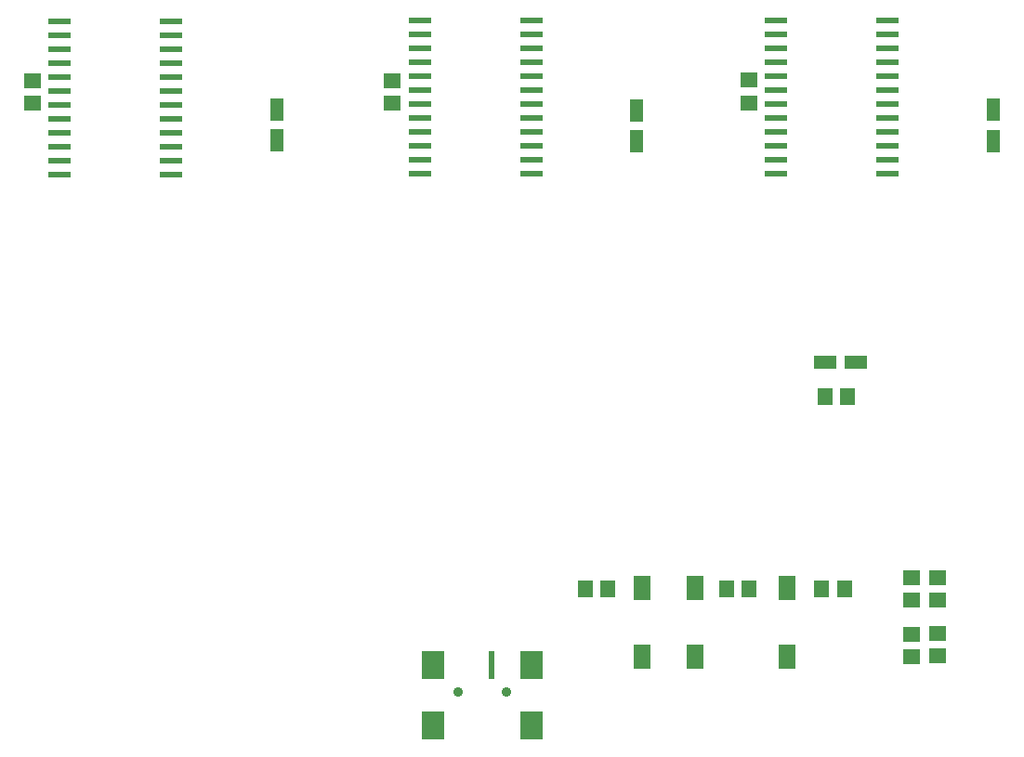
<source format=gtp>
G04 MADE WITH FRITZING*
G04 WWW.FRITZING.ORG*
G04 DOUBLE SIDED*
G04 HOLES PLATED*
G04 CONTOUR ON CENTER OF CONTOUR VECTOR*
%ASAXBY*%
%FSLAX23Y23*%
%MOIN*%
%OFA0B0*%
%SFA1.0B1.0*%
%ADD10C,0.035433*%
%ADD11R,0.055118X0.059055*%
%ADD12R,0.062992X0.090551*%
%ADD13R,0.019685X0.098425*%
%ADD14R,0.078740X0.098425*%
%ADD15R,0.047244X0.078740*%
%ADD16R,0.078740X0.047244*%
%ADD17R,0.059055X0.055118*%
%ADD18R,0.080000X0.023000*%
%LNPASTEMASK1*%
G90*
G70*
G54D10*
X2496Y187D03*
X2670Y187D03*
G54D11*
X3811Y1249D03*
X3892Y1249D03*
G54D12*
X3344Y562D03*
X3344Y314D03*
X3674Y562D03*
X3674Y314D03*
X3155Y562D03*
X3155Y314D03*
G54D13*
X2614Y286D03*
G54D14*
X2760Y69D03*
X2406Y69D03*
X2760Y286D03*
X2406Y286D03*
G54D15*
X4415Y2166D03*
X4415Y2277D03*
X3135Y2166D03*
X3135Y2276D03*
X1845Y2168D03*
X1845Y2278D03*
G54D16*
X3923Y1373D03*
X3813Y1373D03*
G54D17*
X3538Y2384D03*
X3538Y2303D03*
X2260Y2383D03*
X2260Y2303D03*
X969Y2382D03*
X969Y2302D03*
G54D18*
X4035Y2047D03*
X4035Y2097D03*
X4035Y2147D03*
X4035Y2197D03*
X4035Y2247D03*
X4035Y2297D03*
X4035Y2347D03*
X4035Y2397D03*
X4035Y2447D03*
X4035Y2497D03*
X4035Y2547D03*
X4035Y2597D03*
X3635Y2047D03*
X3635Y2097D03*
X3635Y2147D03*
X3635Y2197D03*
X3635Y2247D03*
X3635Y2297D03*
X3635Y2347D03*
X3635Y2397D03*
X3635Y2447D03*
X3635Y2497D03*
X3635Y2547D03*
X3635Y2597D03*
X2757Y2047D03*
X2757Y2097D03*
X2757Y2147D03*
X2757Y2197D03*
X2757Y2247D03*
X2757Y2297D03*
X2757Y2347D03*
X2757Y2397D03*
X2757Y2447D03*
X2757Y2497D03*
X2757Y2547D03*
X2757Y2597D03*
X2357Y2047D03*
X2357Y2097D03*
X2357Y2147D03*
X2357Y2197D03*
X2357Y2247D03*
X2357Y2297D03*
X2357Y2347D03*
X2357Y2397D03*
X2357Y2447D03*
X2357Y2497D03*
X2357Y2547D03*
X2357Y2597D03*
X1466Y2046D03*
X1466Y2096D03*
X1466Y2146D03*
X1466Y2196D03*
X1466Y2246D03*
X1466Y2296D03*
X1466Y2346D03*
X1466Y2396D03*
X1466Y2446D03*
X1466Y2496D03*
X1466Y2546D03*
X1466Y2596D03*
X1066Y2046D03*
X1066Y2096D03*
X1066Y2146D03*
X1066Y2196D03*
X1066Y2246D03*
X1066Y2296D03*
X1066Y2346D03*
X1066Y2396D03*
X1066Y2446D03*
X1066Y2496D03*
X1066Y2546D03*
X1066Y2596D03*
G54D11*
X2953Y560D03*
X3033Y560D03*
G54D17*
X4216Y517D03*
X4216Y597D03*
X4121Y517D03*
X4121Y597D03*
G54D11*
X3800Y557D03*
X3881Y557D03*
X3459Y557D03*
X3539Y557D03*
G54D17*
X4122Y315D03*
X4122Y396D03*
X4216Y317D03*
X4216Y397D03*
G04 End of PasteMask1*
M02*
</source>
